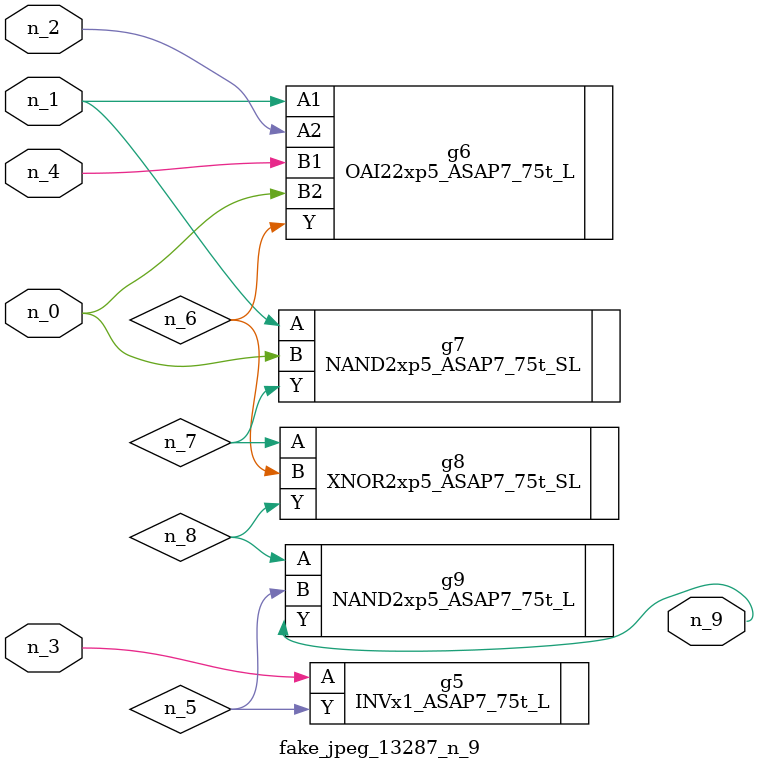
<source format=v>
module fake_jpeg_13287_n_9 (n_3, n_2, n_1, n_0, n_4, n_9);

input n_3;
input n_2;
input n_1;
input n_0;
input n_4;

output n_9;

wire n_8;
wire n_6;
wire n_5;
wire n_7;

INVx1_ASAP7_75t_L g5 ( 
.A(n_3),
.Y(n_5)
);

OAI22xp5_ASAP7_75t_L g6 ( 
.A1(n_1),
.A2(n_2),
.B1(n_4),
.B2(n_0),
.Y(n_6)
);

NAND2xp5_ASAP7_75t_SL g7 ( 
.A(n_1),
.B(n_0),
.Y(n_7)
);

XNOR2xp5_ASAP7_75t_SL g8 ( 
.A(n_7),
.B(n_6),
.Y(n_8)
);

NAND2xp5_ASAP7_75t_L g9 ( 
.A(n_8),
.B(n_5),
.Y(n_9)
);


endmodule
</source>
